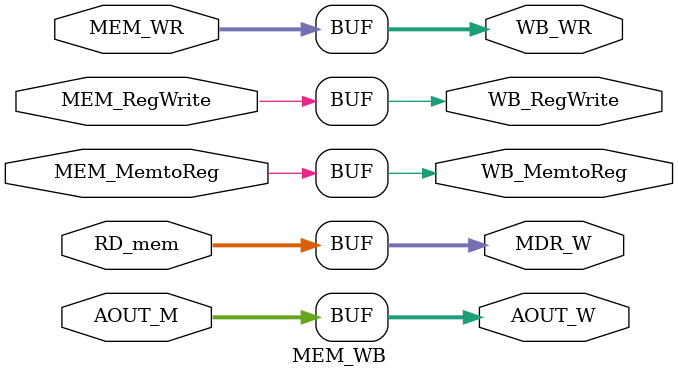
<source format=v>
module MEM_WB (RD_mem, AOUT_M, MEM_MemtoReg, MEM_RegWrite, WB_WR, 
MDR_W, AOUT_W, WB_MemtoReg, WB_RegWrite, MEM_WR);
    
    input [31:0] RD_mem;
    input [31:0] AOUT_M;
    input MEM_MemtoReg;
    input MEM_RegWrite;
    input [4:0] MEM_WR;

    output reg [31:0] MDR_W;
    output reg [31:0] AOUT_W;
    output reg WB_MemtoReg;
    output reg WB_RegWrite;
    output reg [4:0] WB_WR;


    always @(*) begin
        MDR_W <= RD_mem;
        AOUT_W <= AOUT_M;
        WB_MemtoReg <= MEM_MemtoReg;
        WB_RegWrite <= MEM_RegWrite;
        WB_WR <= MEM_WR;
        // $display("%2t: MEM_WB", $time);
    end
endmodule
</source>
